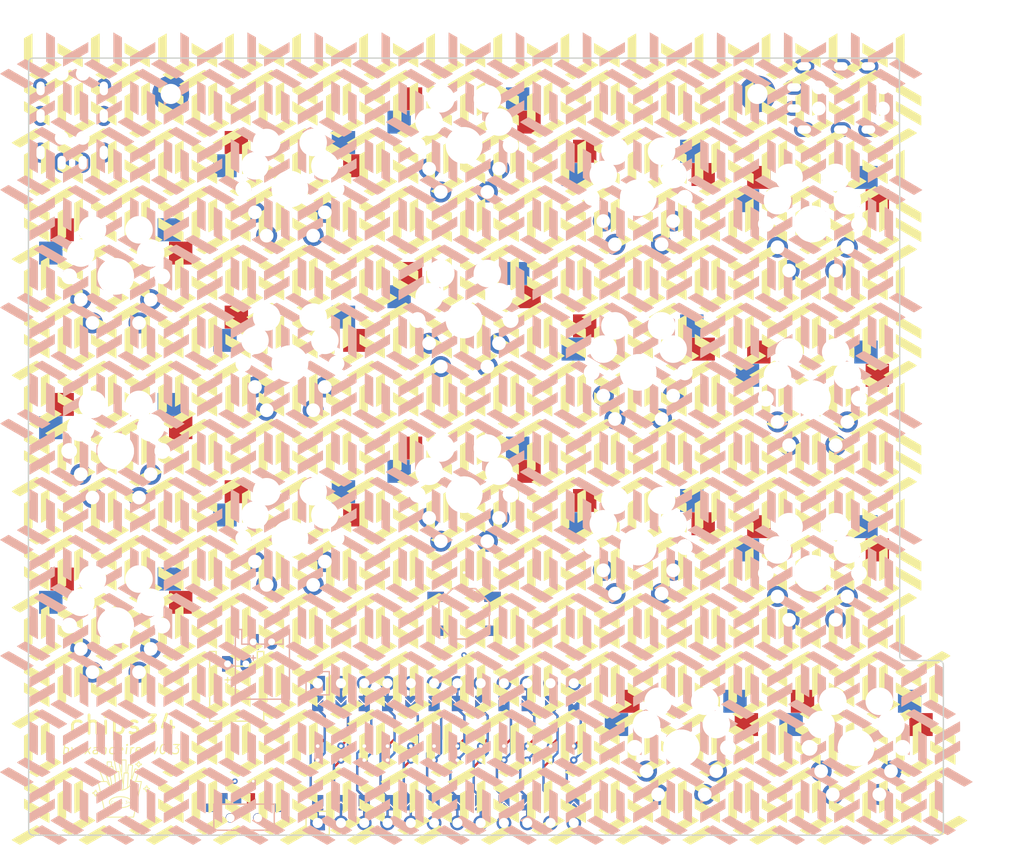
<source format=kicad_pcb>
(kicad_pcb (version 20221018) (generator pcbnew)
  (title_block (title "chips-34") (rev "v1.0.0") (company "Unknown"))
  (layers (0 "F.Cu" signal) (31 "B.Cu" signal) (34 "B.Paste" user) (35 "F.Paste" user) (36 "B.SilkS" user "B.Silkscreen") (37 "F.SilkS" user "F.Silkscreen") (38 "B.Mask" user) (39 "F.Mask" user) (44 "Edge.Cuts" user))
  (net 0 "")
  (net 1 "GND")
  (net 2 "matrix_pinky_bottom")
  (net 3 "matrix_pinky_home")
  (net 4 "matrix_pinky_top")
  (net 5 "matrix_ring_bottom")
  (net 6 "matrix_ring_home")
  (net 7 "matrix_ring_top")
  (net 8 "matrix_middle_bottom")
  (net 9 "matrix_middle_home")
  (net 10 "matrix_middle_top")
  (net 11 "matrix_index_bottom")
  (net 12 "matrix_index_home")
  (net 13 "matrix_index_top")
  (net 14 "matrix_inner_bottom")
  (net 15 "matrix_inner_home")
  (net 16 "matrix_inner_top")
  (net 17 "thumb_resting")
  (net 18 "thumb_squeeze")
  (net 19 "RAW")
  (net 20 "RST")
  (net 21 "VCC")
  (net 22 "P9")
  (net 23 "P1")
  (net 24 "BAT")
  (footprint "E73:SPDT_C128955" (layer "F.Cu") (at 14 20.975 180)
    (fp_text reference "T1" hide)
    (fp_text value "" hide)
  )
  (footprint "E73:SW_TACT_ALPS_SKQGABE010" (layer "F.Cu") (at 38 -1.2875 180)
    (fp_text reference "B1" hide)
    (fp_text value "" hide)
  )
  (footprint "MX" (layer "F.Cu") (at 0 -19.05 180)
    (fp_text reference "S2" hide)
    (fp_text value "" hide)
  )
  (footprint "" (layer "F.Cu") (at 6 -58)
    (fp_text reference "")
    (fp_text value "")
  )
  (footprint "MX" (layer "F.Cu") (at 38 -14.2875)
    (fp_text reference "S24" hide)
    (fp_text value "" hide)
  )
  (footprint "MX" (layer "F.Cu") (at 61.7125 13.335 180)
    (fp_text reference "S17" hide)
    (fp_text value "" hide)
  )
  (footprint "MX" (layer "F.Cu") (at 19 -47.625)
    (fp_text reference "S23" hide)
    (fp_text value "" hide)
  )
  (footprint "MX" (layer "F.Cu") (at 57 -46.6725)
    (fp_text reference "S29" hide)
    (fp_text value "" hide)
  )
  (footprint "MX" (layer "F.Cu") (at 0 0)
    (fp_text reference "S18" hide)
    (fp_text value "" hide)
  )
  (footprint "ProMicro" (layer "F.Cu") (at 36 13.9065)
    (fp_text reference "MCU1" hide)
    (fp_text value "")
  )
  (footprint "" (layer "F.Cu") (at 71.12 -57.5775)
    (fp_text reference "")
    (fp_text value "")
  )
  (footprint "VIA-0.6mm" (layer "F.Cu") (at 13 16.975)
    (fp_text reference "REF**" hide)
    (fp_text value "VIA-0.6mm" hide)
  )
  (footprint "MX" (layer "F.Cu") (at 80.7625 13.335 180)
    (fp_text reference "S16" hide)
    (fp_text value "" hide)
  )
  (footprint "JST_PH_S2B-PH-K_02x2.00mm_Angled" (layer "F.Cu") (at 13.2 4.175)
    (fp_text reference "JST1" hide)
    (fp_text value "" hide)
  )
  (footprint "VIA-0.6mm" (layer "F.Cu") (at 38 3.2125)
    (fp_text reference "REF**" hide)
    (fp_text value "VIA-0.6mm" hide)
  )
  (footprint "E73:SPDT_C128955" (layer "F.Cu") (at 14 20.975 180)
    (fp_text reference "T2" hide)
    (fp_text value "" hide)
  )
  (footprint "MX" (layer "F.Cu") (at 76 -24.765 180)
    (fp_text reference "S14" hide)
    (fp_text value "" hide)
  )
  (footprint "JST_PH_S2B-PH-K_02x2.00mm_Angled" (layer "F.Cu") (at 16 1.775)
    (fp_text reference "JST2" hide)
    (fp_text value "" hide)
  )
  (footprint "VIA-0.6mm" (layer "F.Cu") (at 15 16.975)
    (fp_text reference "REF**" hide)
    (fp_text value "VIA-0.6mm" hide)
  )
  (footprint "LOGO" (layer "F.Cu") (at 0.44 17.78)
    (fp_text reference "G***" hide)
    (fp_text value "LOGO" hide)
  )
  (footprint "MX" (layer "F.Cu") (at 19 -28.575)
    (fp_text reference "S22" hide)
    (fp_text value "" hide)
  )
  (footprint "MX" (layer "F.Cu") (at 19 -9.525 180)
    (fp_text reference "S4" hide)
    (fp_text value "" hide)
  )
  (footprint "MX" (layer "F.Cu") (at 76 -5.715 180)
    (fp_text reference "S13" hide)
    (fp_text value "" hide)
  )
  (footprint "MX" (layer "F.Cu") (at 19 -9.525)
    (fp_text reference "S21" hide)
    (fp_text value "" hide)
  )
  (footprint "MX" (layer "F.Cu") (at 19 -47.625 180)
    (fp_text reference "S6" hide)
    (fp_text value "" hide)
  )
  (footprint "MX" (layer "F.Cu") (at 38 -52.3875 180)
    (fp_text reference "S9" hide)
    (fp_text value "" hide)
  )
  (footprint "MX" (layer "F.Cu") (at 38 -33.3375 180)
    (fp_text reference "S8" hide)
    (fp_text value "" hide)
  )
  (footprint "MX" (layer "F.Cu") (at 76 -43.815)
    (fp_text reference "S32" hide)
    (fp_text value "" hide)
  )
  (footprint "MX" (layer "F.Cu") (at 38 -14.2875 180)
    (fp_text reference "S7" hide)
    (fp_text value "" hide)
  )
  (footprint "MX" (layer "F.Cu") (at 57 -27.6225)
    (fp_text reference "S28" hide)
    (fp_text value "" hide)
  )
  (footprint "MX" (layer "F.Cu") (at 57 -8.5725 180)
    (fp_text reference "S10" hide)
    (fp_text value "" hide)
  )
  (footprint "LOGO" (layer "F.Cu") (at 39.23 -9.382)
    (fp_text reference "G***" hide)
    (fp_text value "LOGO" hide)
  )
  (footprint "MX" (layer "F.Cu") (at 76 -24.765)
    (fp_text reference "S31" hide)
    (fp_text value "" hide)
  )
  (footprint "MX" (layer "F.Cu") (at 0 -38.1 180)
    (fp_text reference "S3" hide)
    (fp_text value "" hide)
  )
  (footprint "VIA-0.6mm" (layer "F.Cu") (at 38 -5.7875)
    (fp_text reference "REF**" hide)
    (fp_text value "VIA-0.6mm" hide)
  )
  (footprint "MX" (layer "F.Cu") (at 0 -19.05)
    (fp_text reference "S19" hide)
    (fp_text value "" hide)
  )
  (footprint "MX" (layer "F.Cu") (at 76 -5.715)
    (fp_text reference "S30" hide)
    (fp_text value "" hide)
  )
  (footprint "TRRS-PJ-320A-dual" (layer "F.Cu") (at -3.6 -61.8)
    (fp_text reference "TRRS2")
    (fp_text value "TRRS-PJ-320A-dual")
  )
  (footprint "MX" (layer "F.Cu") (at 38 -52.3875)
    (fp_text reference "S26" hide)
    (fp_text value "" hide)
  )
  (footprint "TRRS-PJ-320A-dual" (layer "F.Cu") (at 85.3 -56.415 -90)
    (fp_text reference "TRRS1")
    (fp_text value "TRRS-PJ-320A-dual")
  )
  (footprint "MX" (layer "F.Cu") (at 57 -46.6725 180)
    (fp_text reference "S12" hide)
    (fp_text value "" hide)
  )
  (footprint "MX" (layer "F.Cu") (at 0 -38.1)
    (fp_text reference "S20" hide)
    (fp_text value "" hide)
  )
  (footprint "MX" (layer "F.Cu") (at 61.7125 13.335)
    (fp_text reference "S34" hide)
    (fp_text value "" hide)
  )
  (footprint "E73:SW_TACT_ALPS_SKQGABE010" (layer "F.Cu") (at 38 -1.2875 180)
    (fp_text reference "B2" hide)
    (fp_text value "" hide)
  )
  (footprint "MX" (layer "F.Cu") (at 76 -43.815 180)
    (fp_text reference "S15" hide)
    (fp_text value "" hide)
  )
  (footprint "MX" (layer "F.Cu") (at 19 -28.575 180)
    (fp_text reference "S5" hide)
    (fp_text value "" hide)
  )
  (footprint "MX" (layer "F.Cu") (at 0 0 180)
    (fp_text reference "S1" hide)
    (fp_text value "" hide)
  )
  (footprint "MX" (layer "F.Cu") (at 80.7625 13.335)
    (fp_text reference "S33" hide)
    (fp_text value "" hide)
  )
  (footprint "MX" (layer "F.Cu") (at 57 -8.5725)
    (fp_text reference "S27" hide)
    (fp_text value "" hide)
  )
  (footprint "MX" (layer "F.Cu") (at 38 -33.3375)
    (fp_text reference "S25" hide)
    (fp_text value "" hide)
  )
  (footprint "MX" (layer "F.Cu") (at 57 -27.6225 180)
    (fp_text reference "S11" hide)
    (fp_text value "" hide)
  )
  (footprint "LOGO" (layer "B.Cu") (at 39.23 -9.382 180)
    (fp_text reference "G***" hide)
    (fp_text value "LOGO" hide)
  )
  (gr_line (start 85.525 -53.34) (end 85.5 -53.34) (stroke (width 0.15)) (layer "Edge.Cuts"))
  (gr_line (start -9 22.86) (end 89.7875 22.86) (stroke (width 0.15)) (layer "Edge.Cuts"))
  (gr_arc (start 89.7875 3.81) (mid 90.141053 3.956447) (end 90.2875 4.31) (stroke (width 0.15)) (layer "Edge.Cuts"))
  (gr_line (start -9.525 9.525) (end -9.5 9.525) (stroke (width 0.15)) (layer "Edge.Cuts"))
  (gr_line (start -9.5 -61.4125) (end -9.5 -47.625) (stroke (width 0.15)) (layer "Edge.Cuts"))
  (gr_line (start 90.2875 22.36) (end 90.2875 4.31) (stroke (width 0.15)) (layer "Edge.Cuts"))
  (gr_line (start -9.5 -47.625) (end -9.525 -47.625) (stroke (width 0.15)) (layer "Edge.Cuts"))
  (gr_arc (start 90.2875 22.36) (mid 90.141053 22.713553) (end 89.7875 22.86) (stroke (width 0.15)) (layer "Edge.Cuts"))
  (gr_arc (start -9.5 -61.4125) (mid -9.353553 -61.766053) (end -9 -61.9125) (stroke (width 0.15)) (layer "Edge.Cuts"))
  (gr_arc (start 86.025 3.81) (mid 85.671447 3.663553) (end 85.525 3.31) (stroke (width 0.15)) (layer "Edge.Cuts"))
  (gr_line (start -9.5 9.525) (end -9.5 22.36) (stroke (width 0.15)) (layer "Edge.Cuts"))
  (gr_arc (start 85 -61.9125) (mid 85.353553 -61.766053) (end 85.5 -61.4125) (stroke (width 0.15)) (layer "Edge.Cuts"))
  (gr_line (start 86.025 3.81) (end 89.7875 3.81) (stroke (width 0.15)) (layer "Edge.Cuts"))
  (gr_line (start 85.5 -53.34) (end 85.5 -61.4125) (stroke (width 0.15)) (layer "Edge.Cuts"))
  (gr_line (start -9.525 9.525) (end -9.525 -47.625) (stroke (width 0.15)) (layer "Edge.Cuts"))
  (gr_arc (start -9 22.86) (mid -9.353553 22.713553) (end -9.5 22.36) (stroke (width 0.15)) (layer "Edge.Cuts"))
  (gr_line (start -9 -61.9125) (end 85 -61.9125) (stroke (width 0.15)) (layer "Edge.Cuts"))
  (gr_line (start 85.525 3.31) (end 85.525 -53.34) (stroke (width 0.15)) (layer "Edge.Cuts"))
  (gr_text "v0.3" (at 3.78 14.1) (layer "F.SilkS") (effects (font (size 1 1) (thickness 0.125) italic) (justify left bottom)))
  (gr_text "chips34" (at -5.301 12) (layer "F.SilkS") (effects (font (size 2 2) (thickness 0.3) bold) (justify left bottom)))
  (gr_text "by xandeire" (at -6 14.1) (layer "F.SilkS") (effects (font (size 1 1) (thickness 0.125) italic) (justify left bottom)))
)
</source>
